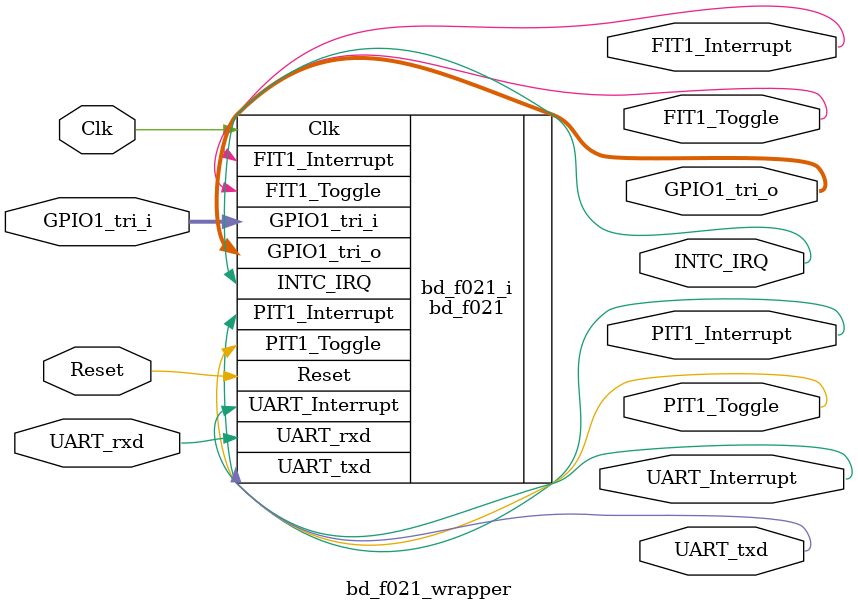
<source format=v>
`timescale 1 ps / 1 ps

module bd_f021_wrapper
   (Clk,
    FIT1_Interrupt,
    FIT1_Toggle,
    GPIO1_tri_i,
    GPIO1_tri_o,
    INTC_IRQ,
    PIT1_Interrupt,
    PIT1_Toggle,
    Reset,
    UART_Interrupt,
    UART_rxd,
    UART_txd);
  input Clk;
  output FIT1_Interrupt;
  output FIT1_Toggle;
  input [7:0]GPIO1_tri_i;
  output [7:0]GPIO1_tri_o;
  output INTC_IRQ;
  output PIT1_Interrupt;
  output PIT1_Toggle;
  input Reset;
  output UART_Interrupt;
  input UART_rxd;
  output UART_txd;

  wire Clk;
  wire FIT1_Interrupt;
  wire FIT1_Toggle;
  wire [7:0]GPIO1_tri_i;
  wire [7:0]GPIO1_tri_o;
  wire INTC_IRQ;
  wire PIT1_Interrupt;
  wire PIT1_Toggle;
  wire Reset;
  wire UART_Interrupt;
  wire UART_rxd;
  wire UART_txd;

  bd_f021 bd_f021_i
       (.Clk(Clk),
        .FIT1_Interrupt(FIT1_Interrupt),
        .FIT1_Toggle(FIT1_Toggle),
        .GPIO1_tri_i(GPIO1_tri_i),
        .GPIO1_tri_o(GPIO1_tri_o),
        .INTC_IRQ(INTC_IRQ),
        .PIT1_Interrupt(PIT1_Interrupt),
        .PIT1_Toggle(PIT1_Toggle),
        .Reset(Reset),
        .UART_Interrupt(UART_Interrupt),
        .UART_rxd(UART_rxd),
        .UART_txd(UART_txd));
endmodule

</source>
